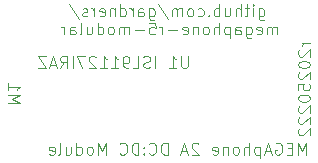
<source format=gbo>
G04 #@! TF.GenerationSoftware,KiCad,Pcbnew,9.0.1+1*
G04 #@! TF.CreationDate,2025-11-10T12:49:02+00:00*
G04 #@! TF.ProjectId,high-efficiency_dc-dc_converter,68696768-2d65-4666-9669-6369656e6379,rev?*
G04 #@! TF.SameCoordinates,Original*
G04 #@! TF.FileFunction,Legend,Bot*
G04 #@! TF.FilePolarity,Positive*
%FSLAX46Y46*%
G04 Gerber Fmt 4.6, Leading zero omitted, Abs format (unit mm)*
G04 Created by KiCad (PCBNEW 9.0.1+1) date 2025-11-10 12:49:02*
%MOMM*%
%LPD*%
G01*
G04 APERTURE LIST*
%ADD10C,0.100000*%
%ADD11R,2.000000X2.540000*%
G04 APERTURE END LIST*
D10*
X71097544Y-33565752D02*
X71097544Y-34375276D01*
X71097544Y-34375276D02*
X71145163Y-34470514D01*
X71145163Y-34470514D02*
X71192782Y-34518133D01*
X71192782Y-34518133D02*
X71288020Y-34565752D01*
X71288020Y-34565752D02*
X71430877Y-34565752D01*
X71430877Y-34565752D02*
X71526115Y-34518133D01*
X71097544Y-34184800D02*
X71192782Y-34232419D01*
X71192782Y-34232419D02*
X71383258Y-34232419D01*
X71383258Y-34232419D02*
X71478496Y-34184800D01*
X71478496Y-34184800D02*
X71526115Y-34137180D01*
X71526115Y-34137180D02*
X71573734Y-34041942D01*
X71573734Y-34041942D02*
X71573734Y-33756228D01*
X71573734Y-33756228D02*
X71526115Y-33660990D01*
X71526115Y-33660990D02*
X71478496Y-33613371D01*
X71478496Y-33613371D02*
X71383258Y-33565752D01*
X71383258Y-33565752D02*
X71192782Y-33565752D01*
X71192782Y-33565752D02*
X71097544Y-33613371D01*
X70621353Y-34232419D02*
X70621353Y-33565752D01*
X70621353Y-33232419D02*
X70668972Y-33280038D01*
X70668972Y-33280038D02*
X70621353Y-33327657D01*
X70621353Y-33327657D02*
X70573734Y-33280038D01*
X70573734Y-33280038D02*
X70621353Y-33232419D01*
X70621353Y-33232419D02*
X70621353Y-33327657D01*
X70288020Y-33565752D02*
X69907068Y-33565752D01*
X70145163Y-33232419D02*
X70145163Y-34089561D01*
X70145163Y-34089561D02*
X70097544Y-34184800D01*
X70097544Y-34184800D02*
X70002306Y-34232419D01*
X70002306Y-34232419D02*
X69907068Y-34232419D01*
X69573734Y-34232419D02*
X69573734Y-33232419D01*
X69145163Y-34232419D02*
X69145163Y-33708609D01*
X69145163Y-33708609D02*
X69192782Y-33613371D01*
X69192782Y-33613371D02*
X69288020Y-33565752D01*
X69288020Y-33565752D02*
X69430877Y-33565752D01*
X69430877Y-33565752D02*
X69526115Y-33613371D01*
X69526115Y-33613371D02*
X69573734Y-33660990D01*
X68240401Y-33565752D02*
X68240401Y-34232419D01*
X68668972Y-33565752D02*
X68668972Y-34089561D01*
X68668972Y-34089561D02*
X68621353Y-34184800D01*
X68621353Y-34184800D02*
X68526115Y-34232419D01*
X68526115Y-34232419D02*
X68383258Y-34232419D01*
X68383258Y-34232419D02*
X68288020Y-34184800D01*
X68288020Y-34184800D02*
X68240401Y-34137180D01*
X67764210Y-34232419D02*
X67764210Y-33232419D01*
X67764210Y-33613371D02*
X67668972Y-33565752D01*
X67668972Y-33565752D02*
X67478496Y-33565752D01*
X67478496Y-33565752D02*
X67383258Y-33613371D01*
X67383258Y-33613371D02*
X67335639Y-33660990D01*
X67335639Y-33660990D02*
X67288020Y-33756228D01*
X67288020Y-33756228D02*
X67288020Y-34041942D01*
X67288020Y-34041942D02*
X67335639Y-34137180D01*
X67335639Y-34137180D02*
X67383258Y-34184800D01*
X67383258Y-34184800D02*
X67478496Y-34232419D01*
X67478496Y-34232419D02*
X67668972Y-34232419D01*
X67668972Y-34232419D02*
X67764210Y-34184800D01*
X66859448Y-34137180D02*
X66811829Y-34184800D01*
X66811829Y-34184800D02*
X66859448Y-34232419D01*
X66859448Y-34232419D02*
X66907067Y-34184800D01*
X66907067Y-34184800D02*
X66859448Y-34137180D01*
X66859448Y-34137180D02*
X66859448Y-34232419D01*
X65954687Y-34184800D02*
X66049925Y-34232419D01*
X66049925Y-34232419D02*
X66240401Y-34232419D01*
X66240401Y-34232419D02*
X66335639Y-34184800D01*
X66335639Y-34184800D02*
X66383258Y-34137180D01*
X66383258Y-34137180D02*
X66430877Y-34041942D01*
X66430877Y-34041942D02*
X66430877Y-33756228D01*
X66430877Y-33756228D02*
X66383258Y-33660990D01*
X66383258Y-33660990D02*
X66335639Y-33613371D01*
X66335639Y-33613371D02*
X66240401Y-33565752D01*
X66240401Y-33565752D02*
X66049925Y-33565752D01*
X66049925Y-33565752D02*
X65954687Y-33613371D01*
X65383258Y-34232419D02*
X65478496Y-34184800D01*
X65478496Y-34184800D02*
X65526115Y-34137180D01*
X65526115Y-34137180D02*
X65573734Y-34041942D01*
X65573734Y-34041942D02*
X65573734Y-33756228D01*
X65573734Y-33756228D02*
X65526115Y-33660990D01*
X65526115Y-33660990D02*
X65478496Y-33613371D01*
X65478496Y-33613371D02*
X65383258Y-33565752D01*
X65383258Y-33565752D02*
X65240401Y-33565752D01*
X65240401Y-33565752D02*
X65145163Y-33613371D01*
X65145163Y-33613371D02*
X65097544Y-33660990D01*
X65097544Y-33660990D02*
X65049925Y-33756228D01*
X65049925Y-33756228D02*
X65049925Y-34041942D01*
X65049925Y-34041942D02*
X65097544Y-34137180D01*
X65097544Y-34137180D02*
X65145163Y-34184800D01*
X65145163Y-34184800D02*
X65240401Y-34232419D01*
X65240401Y-34232419D02*
X65383258Y-34232419D01*
X64621353Y-34232419D02*
X64621353Y-33565752D01*
X64621353Y-33660990D02*
X64573734Y-33613371D01*
X64573734Y-33613371D02*
X64478496Y-33565752D01*
X64478496Y-33565752D02*
X64335639Y-33565752D01*
X64335639Y-33565752D02*
X64240401Y-33613371D01*
X64240401Y-33613371D02*
X64192782Y-33708609D01*
X64192782Y-33708609D02*
X64192782Y-34232419D01*
X64192782Y-33708609D02*
X64145163Y-33613371D01*
X64145163Y-33613371D02*
X64049925Y-33565752D01*
X64049925Y-33565752D02*
X63907068Y-33565752D01*
X63907068Y-33565752D02*
X63811829Y-33613371D01*
X63811829Y-33613371D02*
X63764210Y-33708609D01*
X63764210Y-33708609D02*
X63764210Y-34232419D01*
X62573735Y-33184800D02*
X63430877Y-34470514D01*
X61811830Y-33565752D02*
X61811830Y-34375276D01*
X61811830Y-34375276D02*
X61859449Y-34470514D01*
X61859449Y-34470514D02*
X61907068Y-34518133D01*
X61907068Y-34518133D02*
X62002306Y-34565752D01*
X62002306Y-34565752D02*
X62145163Y-34565752D01*
X62145163Y-34565752D02*
X62240401Y-34518133D01*
X61811830Y-34184800D02*
X61907068Y-34232419D01*
X61907068Y-34232419D02*
X62097544Y-34232419D01*
X62097544Y-34232419D02*
X62192782Y-34184800D01*
X62192782Y-34184800D02*
X62240401Y-34137180D01*
X62240401Y-34137180D02*
X62288020Y-34041942D01*
X62288020Y-34041942D02*
X62288020Y-33756228D01*
X62288020Y-33756228D02*
X62240401Y-33660990D01*
X62240401Y-33660990D02*
X62192782Y-33613371D01*
X62192782Y-33613371D02*
X62097544Y-33565752D01*
X62097544Y-33565752D02*
X61907068Y-33565752D01*
X61907068Y-33565752D02*
X61811830Y-33613371D01*
X60907068Y-34232419D02*
X60907068Y-33708609D01*
X60907068Y-33708609D02*
X60954687Y-33613371D01*
X60954687Y-33613371D02*
X61049925Y-33565752D01*
X61049925Y-33565752D02*
X61240401Y-33565752D01*
X61240401Y-33565752D02*
X61335639Y-33613371D01*
X60907068Y-34184800D02*
X61002306Y-34232419D01*
X61002306Y-34232419D02*
X61240401Y-34232419D01*
X61240401Y-34232419D02*
X61335639Y-34184800D01*
X61335639Y-34184800D02*
X61383258Y-34089561D01*
X61383258Y-34089561D02*
X61383258Y-33994323D01*
X61383258Y-33994323D02*
X61335639Y-33899085D01*
X61335639Y-33899085D02*
X61240401Y-33851466D01*
X61240401Y-33851466D02*
X61002306Y-33851466D01*
X61002306Y-33851466D02*
X60907068Y-33803847D01*
X60430877Y-34232419D02*
X60430877Y-33565752D01*
X60430877Y-33756228D02*
X60383258Y-33660990D01*
X60383258Y-33660990D02*
X60335639Y-33613371D01*
X60335639Y-33613371D02*
X60240401Y-33565752D01*
X60240401Y-33565752D02*
X60145163Y-33565752D01*
X59383258Y-34232419D02*
X59383258Y-33232419D01*
X59383258Y-34184800D02*
X59478496Y-34232419D01*
X59478496Y-34232419D02*
X59668972Y-34232419D01*
X59668972Y-34232419D02*
X59764210Y-34184800D01*
X59764210Y-34184800D02*
X59811829Y-34137180D01*
X59811829Y-34137180D02*
X59859448Y-34041942D01*
X59859448Y-34041942D02*
X59859448Y-33756228D01*
X59859448Y-33756228D02*
X59811829Y-33660990D01*
X59811829Y-33660990D02*
X59764210Y-33613371D01*
X59764210Y-33613371D02*
X59668972Y-33565752D01*
X59668972Y-33565752D02*
X59478496Y-33565752D01*
X59478496Y-33565752D02*
X59383258Y-33613371D01*
X58907067Y-33565752D02*
X58907067Y-34232419D01*
X58907067Y-33660990D02*
X58859448Y-33613371D01*
X58859448Y-33613371D02*
X58764210Y-33565752D01*
X58764210Y-33565752D02*
X58621353Y-33565752D01*
X58621353Y-33565752D02*
X58526115Y-33613371D01*
X58526115Y-33613371D02*
X58478496Y-33708609D01*
X58478496Y-33708609D02*
X58478496Y-34232419D01*
X57621353Y-34184800D02*
X57716591Y-34232419D01*
X57716591Y-34232419D02*
X57907067Y-34232419D01*
X57907067Y-34232419D02*
X58002305Y-34184800D01*
X58002305Y-34184800D02*
X58049924Y-34089561D01*
X58049924Y-34089561D02*
X58049924Y-33708609D01*
X58049924Y-33708609D02*
X58002305Y-33613371D01*
X58002305Y-33613371D02*
X57907067Y-33565752D01*
X57907067Y-33565752D02*
X57716591Y-33565752D01*
X57716591Y-33565752D02*
X57621353Y-33613371D01*
X57621353Y-33613371D02*
X57573734Y-33708609D01*
X57573734Y-33708609D02*
X57573734Y-33803847D01*
X57573734Y-33803847D02*
X58049924Y-33899085D01*
X57145162Y-34232419D02*
X57145162Y-33565752D01*
X57145162Y-33756228D02*
X57097543Y-33660990D01*
X57097543Y-33660990D02*
X57049924Y-33613371D01*
X57049924Y-33613371D02*
X56954686Y-33565752D01*
X56954686Y-33565752D02*
X56859448Y-33565752D01*
X56573733Y-34184800D02*
X56478495Y-34232419D01*
X56478495Y-34232419D02*
X56288019Y-34232419D01*
X56288019Y-34232419D02*
X56192781Y-34184800D01*
X56192781Y-34184800D02*
X56145162Y-34089561D01*
X56145162Y-34089561D02*
X56145162Y-34041942D01*
X56145162Y-34041942D02*
X56192781Y-33946704D01*
X56192781Y-33946704D02*
X56288019Y-33899085D01*
X56288019Y-33899085D02*
X56430876Y-33899085D01*
X56430876Y-33899085D02*
X56526114Y-33851466D01*
X56526114Y-33851466D02*
X56573733Y-33756228D01*
X56573733Y-33756228D02*
X56573733Y-33708609D01*
X56573733Y-33708609D02*
X56526114Y-33613371D01*
X56526114Y-33613371D02*
X56430876Y-33565752D01*
X56430876Y-33565752D02*
X56288019Y-33565752D01*
X56288019Y-33565752D02*
X56192781Y-33613371D01*
X55002305Y-33184800D02*
X55859447Y-34470514D01*
X75096115Y-45942419D02*
X75096115Y-44942419D01*
X75096115Y-44942419D02*
X74762782Y-45656704D01*
X74762782Y-45656704D02*
X74429449Y-44942419D01*
X74429449Y-44942419D02*
X74429449Y-45942419D01*
X73953258Y-45418609D02*
X73619925Y-45418609D01*
X73477068Y-45942419D02*
X73953258Y-45942419D01*
X73953258Y-45942419D02*
X73953258Y-44942419D01*
X73953258Y-44942419D02*
X73477068Y-44942419D01*
X72524687Y-44990038D02*
X72619925Y-44942419D01*
X72619925Y-44942419D02*
X72762782Y-44942419D01*
X72762782Y-44942419D02*
X72905639Y-44990038D01*
X72905639Y-44990038D02*
X73000877Y-45085276D01*
X73000877Y-45085276D02*
X73048496Y-45180514D01*
X73048496Y-45180514D02*
X73096115Y-45370990D01*
X73096115Y-45370990D02*
X73096115Y-45513847D01*
X73096115Y-45513847D02*
X73048496Y-45704323D01*
X73048496Y-45704323D02*
X73000877Y-45799561D01*
X73000877Y-45799561D02*
X72905639Y-45894800D01*
X72905639Y-45894800D02*
X72762782Y-45942419D01*
X72762782Y-45942419D02*
X72667544Y-45942419D01*
X72667544Y-45942419D02*
X72524687Y-45894800D01*
X72524687Y-45894800D02*
X72477068Y-45847180D01*
X72477068Y-45847180D02*
X72477068Y-45513847D01*
X72477068Y-45513847D02*
X72667544Y-45513847D01*
X72096115Y-45656704D02*
X71619925Y-45656704D01*
X72191353Y-45942419D02*
X71858020Y-44942419D01*
X71858020Y-44942419D02*
X71524687Y-45942419D01*
X71191353Y-45275752D02*
X71191353Y-46275752D01*
X71191353Y-45323371D02*
X71096115Y-45275752D01*
X71096115Y-45275752D02*
X70905639Y-45275752D01*
X70905639Y-45275752D02*
X70810401Y-45323371D01*
X70810401Y-45323371D02*
X70762782Y-45370990D01*
X70762782Y-45370990D02*
X70715163Y-45466228D01*
X70715163Y-45466228D02*
X70715163Y-45751942D01*
X70715163Y-45751942D02*
X70762782Y-45847180D01*
X70762782Y-45847180D02*
X70810401Y-45894800D01*
X70810401Y-45894800D02*
X70905639Y-45942419D01*
X70905639Y-45942419D02*
X71096115Y-45942419D01*
X71096115Y-45942419D02*
X71191353Y-45894800D01*
X70286591Y-45942419D02*
X70286591Y-44942419D01*
X69858020Y-45942419D02*
X69858020Y-45418609D01*
X69858020Y-45418609D02*
X69905639Y-45323371D01*
X69905639Y-45323371D02*
X70000877Y-45275752D01*
X70000877Y-45275752D02*
X70143734Y-45275752D01*
X70143734Y-45275752D02*
X70238972Y-45323371D01*
X70238972Y-45323371D02*
X70286591Y-45370990D01*
X69238972Y-45942419D02*
X69334210Y-45894800D01*
X69334210Y-45894800D02*
X69381829Y-45847180D01*
X69381829Y-45847180D02*
X69429448Y-45751942D01*
X69429448Y-45751942D02*
X69429448Y-45466228D01*
X69429448Y-45466228D02*
X69381829Y-45370990D01*
X69381829Y-45370990D02*
X69334210Y-45323371D01*
X69334210Y-45323371D02*
X69238972Y-45275752D01*
X69238972Y-45275752D02*
X69096115Y-45275752D01*
X69096115Y-45275752D02*
X69000877Y-45323371D01*
X69000877Y-45323371D02*
X68953258Y-45370990D01*
X68953258Y-45370990D02*
X68905639Y-45466228D01*
X68905639Y-45466228D02*
X68905639Y-45751942D01*
X68905639Y-45751942D02*
X68953258Y-45847180D01*
X68953258Y-45847180D02*
X69000877Y-45894800D01*
X69000877Y-45894800D02*
X69096115Y-45942419D01*
X69096115Y-45942419D02*
X69238972Y-45942419D01*
X68477067Y-45275752D02*
X68477067Y-45942419D01*
X68477067Y-45370990D02*
X68429448Y-45323371D01*
X68429448Y-45323371D02*
X68334210Y-45275752D01*
X68334210Y-45275752D02*
X68191353Y-45275752D01*
X68191353Y-45275752D02*
X68096115Y-45323371D01*
X68096115Y-45323371D02*
X68048496Y-45418609D01*
X68048496Y-45418609D02*
X68048496Y-45942419D01*
X67191353Y-45894800D02*
X67286591Y-45942419D01*
X67286591Y-45942419D02*
X67477067Y-45942419D01*
X67477067Y-45942419D02*
X67572305Y-45894800D01*
X67572305Y-45894800D02*
X67619924Y-45799561D01*
X67619924Y-45799561D02*
X67619924Y-45418609D01*
X67619924Y-45418609D02*
X67572305Y-45323371D01*
X67572305Y-45323371D02*
X67477067Y-45275752D01*
X67477067Y-45275752D02*
X67286591Y-45275752D01*
X67286591Y-45275752D02*
X67191353Y-45323371D01*
X67191353Y-45323371D02*
X67143734Y-45418609D01*
X67143734Y-45418609D02*
X67143734Y-45513847D01*
X67143734Y-45513847D02*
X67619924Y-45609085D01*
X66000876Y-45037657D02*
X65953257Y-44990038D01*
X65953257Y-44990038D02*
X65858019Y-44942419D01*
X65858019Y-44942419D02*
X65619924Y-44942419D01*
X65619924Y-44942419D02*
X65524686Y-44990038D01*
X65524686Y-44990038D02*
X65477067Y-45037657D01*
X65477067Y-45037657D02*
X65429448Y-45132895D01*
X65429448Y-45132895D02*
X65429448Y-45228133D01*
X65429448Y-45228133D02*
X65477067Y-45370990D01*
X65477067Y-45370990D02*
X66048495Y-45942419D01*
X66048495Y-45942419D02*
X65429448Y-45942419D01*
X65048495Y-45656704D02*
X64572305Y-45656704D01*
X65143733Y-45942419D02*
X64810400Y-44942419D01*
X64810400Y-44942419D02*
X64477067Y-45942419D01*
X63381828Y-45942419D02*
X63381828Y-44942419D01*
X63381828Y-44942419D02*
X63143733Y-44942419D01*
X63143733Y-44942419D02*
X63000876Y-44990038D01*
X63000876Y-44990038D02*
X62905638Y-45085276D01*
X62905638Y-45085276D02*
X62858019Y-45180514D01*
X62858019Y-45180514D02*
X62810400Y-45370990D01*
X62810400Y-45370990D02*
X62810400Y-45513847D01*
X62810400Y-45513847D02*
X62858019Y-45704323D01*
X62858019Y-45704323D02*
X62905638Y-45799561D01*
X62905638Y-45799561D02*
X63000876Y-45894800D01*
X63000876Y-45894800D02*
X63143733Y-45942419D01*
X63143733Y-45942419D02*
X63381828Y-45942419D01*
X61810400Y-45847180D02*
X61858019Y-45894800D01*
X61858019Y-45894800D02*
X62000876Y-45942419D01*
X62000876Y-45942419D02*
X62096114Y-45942419D01*
X62096114Y-45942419D02*
X62238971Y-45894800D01*
X62238971Y-45894800D02*
X62334209Y-45799561D01*
X62334209Y-45799561D02*
X62381828Y-45704323D01*
X62381828Y-45704323D02*
X62429447Y-45513847D01*
X62429447Y-45513847D02*
X62429447Y-45370990D01*
X62429447Y-45370990D02*
X62381828Y-45180514D01*
X62381828Y-45180514D02*
X62334209Y-45085276D01*
X62334209Y-45085276D02*
X62238971Y-44990038D01*
X62238971Y-44990038D02*
X62096114Y-44942419D01*
X62096114Y-44942419D02*
X62000876Y-44942419D01*
X62000876Y-44942419D02*
X61858019Y-44990038D01*
X61858019Y-44990038D02*
X61810400Y-45037657D01*
X61381828Y-45847180D02*
X61334209Y-45894800D01*
X61334209Y-45894800D02*
X61381828Y-45942419D01*
X61381828Y-45942419D02*
X61429447Y-45894800D01*
X61429447Y-45894800D02*
X61381828Y-45847180D01*
X61381828Y-45847180D02*
X61381828Y-45942419D01*
X61381828Y-45323371D02*
X61334209Y-45370990D01*
X61334209Y-45370990D02*
X61381828Y-45418609D01*
X61381828Y-45418609D02*
X61429447Y-45370990D01*
X61429447Y-45370990D02*
X61381828Y-45323371D01*
X61381828Y-45323371D02*
X61381828Y-45418609D01*
X60905638Y-45942419D02*
X60905638Y-44942419D01*
X60905638Y-44942419D02*
X60667543Y-44942419D01*
X60667543Y-44942419D02*
X60524686Y-44990038D01*
X60524686Y-44990038D02*
X60429448Y-45085276D01*
X60429448Y-45085276D02*
X60381829Y-45180514D01*
X60381829Y-45180514D02*
X60334210Y-45370990D01*
X60334210Y-45370990D02*
X60334210Y-45513847D01*
X60334210Y-45513847D02*
X60381829Y-45704323D01*
X60381829Y-45704323D02*
X60429448Y-45799561D01*
X60429448Y-45799561D02*
X60524686Y-45894800D01*
X60524686Y-45894800D02*
X60667543Y-45942419D01*
X60667543Y-45942419D02*
X60905638Y-45942419D01*
X59334210Y-45847180D02*
X59381829Y-45894800D01*
X59381829Y-45894800D02*
X59524686Y-45942419D01*
X59524686Y-45942419D02*
X59619924Y-45942419D01*
X59619924Y-45942419D02*
X59762781Y-45894800D01*
X59762781Y-45894800D02*
X59858019Y-45799561D01*
X59858019Y-45799561D02*
X59905638Y-45704323D01*
X59905638Y-45704323D02*
X59953257Y-45513847D01*
X59953257Y-45513847D02*
X59953257Y-45370990D01*
X59953257Y-45370990D02*
X59905638Y-45180514D01*
X59905638Y-45180514D02*
X59858019Y-45085276D01*
X59858019Y-45085276D02*
X59762781Y-44990038D01*
X59762781Y-44990038D02*
X59619924Y-44942419D01*
X59619924Y-44942419D02*
X59524686Y-44942419D01*
X59524686Y-44942419D02*
X59381829Y-44990038D01*
X59381829Y-44990038D02*
X59334210Y-45037657D01*
X58143733Y-45942419D02*
X58143733Y-44942419D01*
X58143733Y-44942419D02*
X57810400Y-45656704D01*
X57810400Y-45656704D02*
X57477067Y-44942419D01*
X57477067Y-44942419D02*
X57477067Y-45942419D01*
X56858019Y-45942419D02*
X56953257Y-45894800D01*
X56953257Y-45894800D02*
X57000876Y-45847180D01*
X57000876Y-45847180D02*
X57048495Y-45751942D01*
X57048495Y-45751942D02*
X57048495Y-45466228D01*
X57048495Y-45466228D02*
X57000876Y-45370990D01*
X57000876Y-45370990D02*
X56953257Y-45323371D01*
X56953257Y-45323371D02*
X56858019Y-45275752D01*
X56858019Y-45275752D02*
X56715162Y-45275752D01*
X56715162Y-45275752D02*
X56619924Y-45323371D01*
X56619924Y-45323371D02*
X56572305Y-45370990D01*
X56572305Y-45370990D02*
X56524686Y-45466228D01*
X56524686Y-45466228D02*
X56524686Y-45751942D01*
X56524686Y-45751942D02*
X56572305Y-45847180D01*
X56572305Y-45847180D02*
X56619924Y-45894800D01*
X56619924Y-45894800D02*
X56715162Y-45942419D01*
X56715162Y-45942419D02*
X56858019Y-45942419D01*
X55667543Y-45942419D02*
X55667543Y-44942419D01*
X55667543Y-45894800D02*
X55762781Y-45942419D01*
X55762781Y-45942419D02*
X55953257Y-45942419D01*
X55953257Y-45942419D02*
X56048495Y-45894800D01*
X56048495Y-45894800D02*
X56096114Y-45847180D01*
X56096114Y-45847180D02*
X56143733Y-45751942D01*
X56143733Y-45751942D02*
X56143733Y-45466228D01*
X56143733Y-45466228D02*
X56096114Y-45370990D01*
X56096114Y-45370990D02*
X56048495Y-45323371D01*
X56048495Y-45323371D02*
X55953257Y-45275752D01*
X55953257Y-45275752D02*
X55762781Y-45275752D01*
X55762781Y-45275752D02*
X55667543Y-45323371D01*
X54762781Y-45275752D02*
X54762781Y-45942419D01*
X55191352Y-45275752D02*
X55191352Y-45799561D01*
X55191352Y-45799561D02*
X55143733Y-45894800D01*
X55143733Y-45894800D02*
X55048495Y-45942419D01*
X55048495Y-45942419D02*
X54905638Y-45942419D01*
X54905638Y-45942419D02*
X54810400Y-45894800D01*
X54810400Y-45894800D02*
X54762781Y-45847180D01*
X54143733Y-45942419D02*
X54238971Y-45894800D01*
X54238971Y-45894800D02*
X54286590Y-45799561D01*
X54286590Y-45799561D02*
X54286590Y-44942419D01*
X53381828Y-45894800D02*
X53477066Y-45942419D01*
X53477066Y-45942419D02*
X53667542Y-45942419D01*
X53667542Y-45942419D02*
X53762780Y-45894800D01*
X53762780Y-45894800D02*
X53810399Y-45799561D01*
X53810399Y-45799561D02*
X53810399Y-45418609D01*
X53810399Y-45418609D02*
X53762780Y-45323371D01*
X53762780Y-45323371D02*
X53667542Y-45275752D01*
X53667542Y-45275752D02*
X53477066Y-45275752D01*
X53477066Y-45275752D02*
X53381828Y-45323371D01*
X53381828Y-45323371D02*
X53334209Y-45418609D01*
X53334209Y-45418609D02*
X53334209Y-45513847D01*
X53334209Y-45513847D02*
X53810399Y-45609085D01*
X65101115Y-37607419D02*
X65101115Y-38416942D01*
X65101115Y-38416942D02*
X65053496Y-38512180D01*
X65053496Y-38512180D02*
X65005877Y-38559800D01*
X65005877Y-38559800D02*
X64910639Y-38607419D01*
X64910639Y-38607419D02*
X64720163Y-38607419D01*
X64720163Y-38607419D02*
X64624925Y-38559800D01*
X64624925Y-38559800D02*
X64577306Y-38512180D01*
X64577306Y-38512180D02*
X64529687Y-38416942D01*
X64529687Y-38416942D02*
X64529687Y-37607419D01*
X63529687Y-38607419D02*
X64101115Y-38607419D01*
X63815401Y-38607419D02*
X63815401Y-37607419D01*
X63815401Y-37607419D02*
X63910639Y-37750276D01*
X63910639Y-37750276D02*
X64005877Y-37845514D01*
X64005877Y-37845514D02*
X64101115Y-37893133D01*
X62339210Y-38607419D02*
X62339210Y-37607419D01*
X61910639Y-38559800D02*
X61767782Y-38607419D01*
X61767782Y-38607419D02*
X61529687Y-38607419D01*
X61529687Y-38607419D02*
X61434449Y-38559800D01*
X61434449Y-38559800D02*
X61386830Y-38512180D01*
X61386830Y-38512180D02*
X61339211Y-38416942D01*
X61339211Y-38416942D02*
X61339211Y-38321704D01*
X61339211Y-38321704D02*
X61386830Y-38226466D01*
X61386830Y-38226466D02*
X61434449Y-38178847D01*
X61434449Y-38178847D02*
X61529687Y-38131228D01*
X61529687Y-38131228D02*
X61720163Y-38083609D01*
X61720163Y-38083609D02*
X61815401Y-38035990D01*
X61815401Y-38035990D02*
X61863020Y-37988371D01*
X61863020Y-37988371D02*
X61910639Y-37893133D01*
X61910639Y-37893133D02*
X61910639Y-37797895D01*
X61910639Y-37797895D02*
X61863020Y-37702657D01*
X61863020Y-37702657D02*
X61815401Y-37655038D01*
X61815401Y-37655038D02*
X61720163Y-37607419D01*
X61720163Y-37607419D02*
X61482068Y-37607419D01*
X61482068Y-37607419D02*
X61339211Y-37655038D01*
X60434449Y-38607419D02*
X60910639Y-38607419D01*
X60910639Y-38607419D02*
X60910639Y-37607419D01*
X60053496Y-38607419D02*
X59863020Y-38607419D01*
X59863020Y-38607419D02*
X59767782Y-38559800D01*
X59767782Y-38559800D02*
X59720163Y-38512180D01*
X59720163Y-38512180D02*
X59624925Y-38369323D01*
X59624925Y-38369323D02*
X59577306Y-38178847D01*
X59577306Y-38178847D02*
X59577306Y-37797895D01*
X59577306Y-37797895D02*
X59624925Y-37702657D01*
X59624925Y-37702657D02*
X59672544Y-37655038D01*
X59672544Y-37655038D02*
X59767782Y-37607419D01*
X59767782Y-37607419D02*
X59958258Y-37607419D01*
X59958258Y-37607419D02*
X60053496Y-37655038D01*
X60053496Y-37655038D02*
X60101115Y-37702657D01*
X60101115Y-37702657D02*
X60148734Y-37797895D01*
X60148734Y-37797895D02*
X60148734Y-38035990D01*
X60148734Y-38035990D02*
X60101115Y-38131228D01*
X60101115Y-38131228D02*
X60053496Y-38178847D01*
X60053496Y-38178847D02*
X59958258Y-38226466D01*
X59958258Y-38226466D02*
X59767782Y-38226466D01*
X59767782Y-38226466D02*
X59672544Y-38178847D01*
X59672544Y-38178847D02*
X59624925Y-38131228D01*
X59624925Y-38131228D02*
X59577306Y-38035990D01*
X58624925Y-38607419D02*
X59196353Y-38607419D01*
X58910639Y-38607419D02*
X58910639Y-37607419D01*
X58910639Y-37607419D02*
X59005877Y-37750276D01*
X59005877Y-37750276D02*
X59101115Y-37845514D01*
X59101115Y-37845514D02*
X59196353Y-37893133D01*
X57672544Y-38607419D02*
X58243972Y-38607419D01*
X57958258Y-38607419D02*
X57958258Y-37607419D01*
X57958258Y-37607419D02*
X58053496Y-37750276D01*
X58053496Y-37750276D02*
X58148734Y-37845514D01*
X58148734Y-37845514D02*
X58243972Y-37893133D01*
X57291591Y-37702657D02*
X57243972Y-37655038D01*
X57243972Y-37655038D02*
X57148734Y-37607419D01*
X57148734Y-37607419D02*
X56910639Y-37607419D01*
X56910639Y-37607419D02*
X56815401Y-37655038D01*
X56815401Y-37655038D02*
X56767782Y-37702657D01*
X56767782Y-37702657D02*
X56720163Y-37797895D01*
X56720163Y-37797895D02*
X56720163Y-37893133D01*
X56720163Y-37893133D02*
X56767782Y-38035990D01*
X56767782Y-38035990D02*
X57339210Y-38607419D01*
X57339210Y-38607419D02*
X56720163Y-38607419D01*
X56386829Y-37607419D02*
X55720163Y-37607419D01*
X55720163Y-37607419D02*
X56148734Y-38607419D01*
X55339210Y-38607419D02*
X55339210Y-37607419D01*
X54291592Y-38607419D02*
X54624925Y-38131228D01*
X54863020Y-38607419D02*
X54863020Y-37607419D01*
X54863020Y-37607419D02*
X54482068Y-37607419D01*
X54482068Y-37607419D02*
X54386830Y-37655038D01*
X54386830Y-37655038D02*
X54339211Y-37702657D01*
X54339211Y-37702657D02*
X54291592Y-37797895D01*
X54291592Y-37797895D02*
X54291592Y-37940752D01*
X54291592Y-37940752D02*
X54339211Y-38035990D01*
X54339211Y-38035990D02*
X54386830Y-38083609D01*
X54386830Y-38083609D02*
X54482068Y-38131228D01*
X54482068Y-38131228D02*
X54863020Y-38131228D01*
X53910639Y-38321704D02*
X53434449Y-38321704D01*
X54005877Y-38607419D02*
X53672544Y-37607419D01*
X53672544Y-37607419D02*
X53339211Y-38607419D01*
X53101115Y-37607419D02*
X52434449Y-37607419D01*
X52434449Y-37607419D02*
X53101115Y-38607419D01*
X53101115Y-38607419D02*
X52434449Y-38607419D01*
X75437419Y-36498884D02*
X74770752Y-36498884D01*
X74961228Y-36498884D02*
X74865990Y-36546503D01*
X74865990Y-36546503D02*
X74818371Y-36594122D01*
X74818371Y-36594122D02*
X74770752Y-36689360D01*
X74770752Y-36689360D02*
X74770752Y-36784598D01*
X74532657Y-37070313D02*
X74485038Y-37117932D01*
X74485038Y-37117932D02*
X74437419Y-37213170D01*
X74437419Y-37213170D02*
X74437419Y-37451265D01*
X74437419Y-37451265D02*
X74485038Y-37546503D01*
X74485038Y-37546503D02*
X74532657Y-37594122D01*
X74532657Y-37594122D02*
X74627895Y-37641741D01*
X74627895Y-37641741D02*
X74723133Y-37641741D01*
X74723133Y-37641741D02*
X74865990Y-37594122D01*
X74865990Y-37594122D02*
X75437419Y-37022694D01*
X75437419Y-37022694D02*
X75437419Y-37641741D01*
X74437419Y-38260789D02*
X74437419Y-38356027D01*
X74437419Y-38356027D02*
X74485038Y-38451265D01*
X74485038Y-38451265D02*
X74532657Y-38498884D01*
X74532657Y-38498884D02*
X74627895Y-38546503D01*
X74627895Y-38546503D02*
X74818371Y-38594122D01*
X74818371Y-38594122D02*
X75056466Y-38594122D01*
X75056466Y-38594122D02*
X75246942Y-38546503D01*
X75246942Y-38546503D02*
X75342180Y-38498884D01*
X75342180Y-38498884D02*
X75389800Y-38451265D01*
X75389800Y-38451265D02*
X75437419Y-38356027D01*
X75437419Y-38356027D02*
X75437419Y-38260789D01*
X75437419Y-38260789D02*
X75389800Y-38165551D01*
X75389800Y-38165551D02*
X75342180Y-38117932D01*
X75342180Y-38117932D02*
X75246942Y-38070313D01*
X75246942Y-38070313D02*
X75056466Y-38022694D01*
X75056466Y-38022694D02*
X74818371Y-38022694D01*
X74818371Y-38022694D02*
X74627895Y-38070313D01*
X74627895Y-38070313D02*
X74532657Y-38117932D01*
X74532657Y-38117932D02*
X74485038Y-38165551D01*
X74485038Y-38165551D02*
X74437419Y-38260789D01*
X74532657Y-38975075D02*
X74485038Y-39022694D01*
X74485038Y-39022694D02*
X74437419Y-39117932D01*
X74437419Y-39117932D02*
X74437419Y-39356027D01*
X74437419Y-39356027D02*
X74485038Y-39451265D01*
X74485038Y-39451265D02*
X74532657Y-39498884D01*
X74532657Y-39498884D02*
X74627895Y-39546503D01*
X74627895Y-39546503D02*
X74723133Y-39546503D01*
X74723133Y-39546503D02*
X74865990Y-39498884D01*
X74865990Y-39498884D02*
X75437419Y-38927456D01*
X75437419Y-38927456D02*
X75437419Y-39546503D01*
X74437419Y-40451265D02*
X74437419Y-39975075D01*
X74437419Y-39975075D02*
X74913609Y-39927456D01*
X74913609Y-39927456D02*
X74865990Y-39975075D01*
X74865990Y-39975075D02*
X74818371Y-40070313D01*
X74818371Y-40070313D02*
X74818371Y-40308408D01*
X74818371Y-40308408D02*
X74865990Y-40403646D01*
X74865990Y-40403646D02*
X74913609Y-40451265D01*
X74913609Y-40451265D02*
X75008847Y-40498884D01*
X75008847Y-40498884D02*
X75246942Y-40498884D01*
X75246942Y-40498884D02*
X75342180Y-40451265D01*
X75342180Y-40451265D02*
X75389800Y-40403646D01*
X75389800Y-40403646D02*
X75437419Y-40308408D01*
X75437419Y-40308408D02*
X75437419Y-40070313D01*
X75437419Y-40070313D02*
X75389800Y-39975075D01*
X75389800Y-39975075D02*
X75342180Y-39927456D01*
X74437419Y-41117932D02*
X74437419Y-41213170D01*
X74437419Y-41213170D02*
X74485038Y-41308408D01*
X74485038Y-41308408D02*
X74532657Y-41356027D01*
X74532657Y-41356027D02*
X74627895Y-41403646D01*
X74627895Y-41403646D02*
X74818371Y-41451265D01*
X74818371Y-41451265D02*
X75056466Y-41451265D01*
X75056466Y-41451265D02*
X75246942Y-41403646D01*
X75246942Y-41403646D02*
X75342180Y-41356027D01*
X75342180Y-41356027D02*
X75389800Y-41308408D01*
X75389800Y-41308408D02*
X75437419Y-41213170D01*
X75437419Y-41213170D02*
X75437419Y-41117932D01*
X75437419Y-41117932D02*
X75389800Y-41022694D01*
X75389800Y-41022694D02*
X75342180Y-40975075D01*
X75342180Y-40975075D02*
X75246942Y-40927456D01*
X75246942Y-40927456D02*
X75056466Y-40879837D01*
X75056466Y-40879837D02*
X74818371Y-40879837D01*
X74818371Y-40879837D02*
X74627895Y-40927456D01*
X74627895Y-40927456D02*
X74532657Y-40975075D01*
X74532657Y-40975075D02*
X74485038Y-41022694D01*
X74485038Y-41022694D02*
X74437419Y-41117932D01*
X74532657Y-41832218D02*
X74485038Y-41879837D01*
X74485038Y-41879837D02*
X74437419Y-41975075D01*
X74437419Y-41975075D02*
X74437419Y-42213170D01*
X74437419Y-42213170D02*
X74485038Y-42308408D01*
X74485038Y-42308408D02*
X74532657Y-42356027D01*
X74532657Y-42356027D02*
X74627895Y-42403646D01*
X74627895Y-42403646D02*
X74723133Y-42403646D01*
X74723133Y-42403646D02*
X74865990Y-42356027D01*
X74865990Y-42356027D02*
X75437419Y-41784599D01*
X75437419Y-41784599D02*
X75437419Y-42403646D01*
X74532657Y-42784599D02*
X74485038Y-42832218D01*
X74485038Y-42832218D02*
X74437419Y-42927456D01*
X74437419Y-42927456D02*
X74437419Y-43165551D01*
X74437419Y-43165551D02*
X74485038Y-43260789D01*
X74485038Y-43260789D02*
X74532657Y-43308408D01*
X74532657Y-43308408D02*
X74627895Y-43356027D01*
X74627895Y-43356027D02*
X74723133Y-43356027D01*
X74723133Y-43356027D02*
X74865990Y-43308408D01*
X74865990Y-43308408D02*
X75437419Y-42736980D01*
X75437419Y-42736980D02*
X75437419Y-43356027D01*
X74532657Y-43736980D02*
X74485038Y-43784599D01*
X74485038Y-43784599D02*
X74437419Y-43879837D01*
X74437419Y-43879837D02*
X74437419Y-44117932D01*
X74437419Y-44117932D02*
X74485038Y-44213170D01*
X74485038Y-44213170D02*
X74532657Y-44260789D01*
X74532657Y-44260789D02*
X74627895Y-44308408D01*
X74627895Y-44308408D02*
X74723133Y-44308408D01*
X74723133Y-44308408D02*
X74865990Y-44260789D01*
X74865990Y-44260789D02*
X75437419Y-43689361D01*
X75437419Y-43689361D02*
X75437419Y-44308408D01*
X72656115Y-35772419D02*
X72656115Y-35105752D01*
X72656115Y-35200990D02*
X72608496Y-35153371D01*
X72608496Y-35153371D02*
X72513258Y-35105752D01*
X72513258Y-35105752D02*
X72370401Y-35105752D01*
X72370401Y-35105752D02*
X72275163Y-35153371D01*
X72275163Y-35153371D02*
X72227544Y-35248609D01*
X72227544Y-35248609D02*
X72227544Y-35772419D01*
X72227544Y-35248609D02*
X72179925Y-35153371D01*
X72179925Y-35153371D02*
X72084687Y-35105752D01*
X72084687Y-35105752D02*
X71941830Y-35105752D01*
X71941830Y-35105752D02*
X71846591Y-35153371D01*
X71846591Y-35153371D02*
X71798972Y-35248609D01*
X71798972Y-35248609D02*
X71798972Y-35772419D01*
X70941830Y-35724800D02*
X71037068Y-35772419D01*
X71037068Y-35772419D02*
X71227544Y-35772419D01*
X71227544Y-35772419D02*
X71322782Y-35724800D01*
X71322782Y-35724800D02*
X71370401Y-35629561D01*
X71370401Y-35629561D02*
X71370401Y-35248609D01*
X71370401Y-35248609D02*
X71322782Y-35153371D01*
X71322782Y-35153371D02*
X71227544Y-35105752D01*
X71227544Y-35105752D02*
X71037068Y-35105752D01*
X71037068Y-35105752D02*
X70941830Y-35153371D01*
X70941830Y-35153371D02*
X70894211Y-35248609D01*
X70894211Y-35248609D02*
X70894211Y-35343847D01*
X70894211Y-35343847D02*
X71370401Y-35439085D01*
X70037068Y-35105752D02*
X70037068Y-35915276D01*
X70037068Y-35915276D02*
X70084687Y-36010514D01*
X70084687Y-36010514D02*
X70132306Y-36058133D01*
X70132306Y-36058133D02*
X70227544Y-36105752D01*
X70227544Y-36105752D02*
X70370401Y-36105752D01*
X70370401Y-36105752D02*
X70465639Y-36058133D01*
X70037068Y-35724800D02*
X70132306Y-35772419D01*
X70132306Y-35772419D02*
X70322782Y-35772419D01*
X70322782Y-35772419D02*
X70418020Y-35724800D01*
X70418020Y-35724800D02*
X70465639Y-35677180D01*
X70465639Y-35677180D02*
X70513258Y-35581942D01*
X70513258Y-35581942D02*
X70513258Y-35296228D01*
X70513258Y-35296228D02*
X70465639Y-35200990D01*
X70465639Y-35200990D02*
X70418020Y-35153371D01*
X70418020Y-35153371D02*
X70322782Y-35105752D01*
X70322782Y-35105752D02*
X70132306Y-35105752D01*
X70132306Y-35105752D02*
X70037068Y-35153371D01*
X69132306Y-35772419D02*
X69132306Y-35248609D01*
X69132306Y-35248609D02*
X69179925Y-35153371D01*
X69179925Y-35153371D02*
X69275163Y-35105752D01*
X69275163Y-35105752D02*
X69465639Y-35105752D01*
X69465639Y-35105752D02*
X69560877Y-35153371D01*
X69132306Y-35724800D02*
X69227544Y-35772419D01*
X69227544Y-35772419D02*
X69465639Y-35772419D01*
X69465639Y-35772419D02*
X69560877Y-35724800D01*
X69560877Y-35724800D02*
X69608496Y-35629561D01*
X69608496Y-35629561D02*
X69608496Y-35534323D01*
X69608496Y-35534323D02*
X69560877Y-35439085D01*
X69560877Y-35439085D02*
X69465639Y-35391466D01*
X69465639Y-35391466D02*
X69227544Y-35391466D01*
X69227544Y-35391466D02*
X69132306Y-35343847D01*
X68656115Y-35105752D02*
X68656115Y-36105752D01*
X68656115Y-35153371D02*
X68560877Y-35105752D01*
X68560877Y-35105752D02*
X68370401Y-35105752D01*
X68370401Y-35105752D02*
X68275163Y-35153371D01*
X68275163Y-35153371D02*
X68227544Y-35200990D01*
X68227544Y-35200990D02*
X68179925Y-35296228D01*
X68179925Y-35296228D02*
X68179925Y-35581942D01*
X68179925Y-35581942D02*
X68227544Y-35677180D01*
X68227544Y-35677180D02*
X68275163Y-35724800D01*
X68275163Y-35724800D02*
X68370401Y-35772419D01*
X68370401Y-35772419D02*
X68560877Y-35772419D01*
X68560877Y-35772419D02*
X68656115Y-35724800D01*
X67751353Y-35772419D02*
X67751353Y-34772419D01*
X67322782Y-35772419D02*
X67322782Y-35248609D01*
X67322782Y-35248609D02*
X67370401Y-35153371D01*
X67370401Y-35153371D02*
X67465639Y-35105752D01*
X67465639Y-35105752D02*
X67608496Y-35105752D01*
X67608496Y-35105752D02*
X67703734Y-35153371D01*
X67703734Y-35153371D02*
X67751353Y-35200990D01*
X66703734Y-35772419D02*
X66798972Y-35724800D01*
X66798972Y-35724800D02*
X66846591Y-35677180D01*
X66846591Y-35677180D02*
X66894210Y-35581942D01*
X66894210Y-35581942D02*
X66894210Y-35296228D01*
X66894210Y-35296228D02*
X66846591Y-35200990D01*
X66846591Y-35200990D02*
X66798972Y-35153371D01*
X66798972Y-35153371D02*
X66703734Y-35105752D01*
X66703734Y-35105752D02*
X66560877Y-35105752D01*
X66560877Y-35105752D02*
X66465639Y-35153371D01*
X66465639Y-35153371D02*
X66418020Y-35200990D01*
X66418020Y-35200990D02*
X66370401Y-35296228D01*
X66370401Y-35296228D02*
X66370401Y-35581942D01*
X66370401Y-35581942D02*
X66418020Y-35677180D01*
X66418020Y-35677180D02*
X66465639Y-35724800D01*
X66465639Y-35724800D02*
X66560877Y-35772419D01*
X66560877Y-35772419D02*
X66703734Y-35772419D01*
X65941829Y-35105752D02*
X65941829Y-35772419D01*
X65941829Y-35200990D02*
X65894210Y-35153371D01*
X65894210Y-35153371D02*
X65798972Y-35105752D01*
X65798972Y-35105752D02*
X65656115Y-35105752D01*
X65656115Y-35105752D02*
X65560877Y-35153371D01*
X65560877Y-35153371D02*
X65513258Y-35248609D01*
X65513258Y-35248609D02*
X65513258Y-35772419D01*
X64656115Y-35724800D02*
X64751353Y-35772419D01*
X64751353Y-35772419D02*
X64941829Y-35772419D01*
X64941829Y-35772419D02*
X65037067Y-35724800D01*
X65037067Y-35724800D02*
X65084686Y-35629561D01*
X65084686Y-35629561D02*
X65084686Y-35248609D01*
X65084686Y-35248609D02*
X65037067Y-35153371D01*
X65037067Y-35153371D02*
X64941829Y-35105752D01*
X64941829Y-35105752D02*
X64751353Y-35105752D01*
X64751353Y-35105752D02*
X64656115Y-35153371D01*
X64656115Y-35153371D02*
X64608496Y-35248609D01*
X64608496Y-35248609D02*
X64608496Y-35343847D01*
X64608496Y-35343847D02*
X65084686Y-35439085D01*
X64179924Y-35391466D02*
X63418020Y-35391466D01*
X62941829Y-35772419D02*
X62941829Y-35105752D01*
X62941829Y-35296228D02*
X62894210Y-35200990D01*
X62894210Y-35200990D02*
X62846591Y-35153371D01*
X62846591Y-35153371D02*
X62751353Y-35105752D01*
X62751353Y-35105752D02*
X62656115Y-35105752D01*
X61846591Y-34772419D02*
X62322781Y-34772419D01*
X62322781Y-34772419D02*
X62370400Y-35248609D01*
X62370400Y-35248609D02*
X62322781Y-35200990D01*
X62322781Y-35200990D02*
X62227543Y-35153371D01*
X62227543Y-35153371D02*
X61989448Y-35153371D01*
X61989448Y-35153371D02*
X61894210Y-35200990D01*
X61894210Y-35200990D02*
X61846591Y-35248609D01*
X61846591Y-35248609D02*
X61798972Y-35343847D01*
X61798972Y-35343847D02*
X61798972Y-35581942D01*
X61798972Y-35581942D02*
X61846591Y-35677180D01*
X61846591Y-35677180D02*
X61894210Y-35724800D01*
X61894210Y-35724800D02*
X61989448Y-35772419D01*
X61989448Y-35772419D02*
X62227543Y-35772419D01*
X62227543Y-35772419D02*
X62322781Y-35724800D01*
X62322781Y-35724800D02*
X62370400Y-35677180D01*
X61370400Y-35391466D02*
X60608496Y-35391466D01*
X60132305Y-35772419D02*
X60132305Y-35105752D01*
X60132305Y-35200990D02*
X60084686Y-35153371D01*
X60084686Y-35153371D02*
X59989448Y-35105752D01*
X59989448Y-35105752D02*
X59846591Y-35105752D01*
X59846591Y-35105752D02*
X59751353Y-35153371D01*
X59751353Y-35153371D02*
X59703734Y-35248609D01*
X59703734Y-35248609D02*
X59703734Y-35772419D01*
X59703734Y-35248609D02*
X59656115Y-35153371D01*
X59656115Y-35153371D02*
X59560877Y-35105752D01*
X59560877Y-35105752D02*
X59418020Y-35105752D01*
X59418020Y-35105752D02*
X59322781Y-35153371D01*
X59322781Y-35153371D02*
X59275162Y-35248609D01*
X59275162Y-35248609D02*
X59275162Y-35772419D01*
X58656115Y-35772419D02*
X58751353Y-35724800D01*
X58751353Y-35724800D02*
X58798972Y-35677180D01*
X58798972Y-35677180D02*
X58846591Y-35581942D01*
X58846591Y-35581942D02*
X58846591Y-35296228D01*
X58846591Y-35296228D02*
X58798972Y-35200990D01*
X58798972Y-35200990D02*
X58751353Y-35153371D01*
X58751353Y-35153371D02*
X58656115Y-35105752D01*
X58656115Y-35105752D02*
X58513258Y-35105752D01*
X58513258Y-35105752D02*
X58418020Y-35153371D01*
X58418020Y-35153371D02*
X58370401Y-35200990D01*
X58370401Y-35200990D02*
X58322782Y-35296228D01*
X58322782Y-35296228D02*
X58322782Y-35581942D01*
X58322782Y-35581942D02*
X58370401Y-35677180D01*
X58370401Y-35677180D02*
X58418020Y-35724800D01*
X58418020Y-35724800D02*
X58513258Y-35772419D01*
X58513258Y-35772419D02*
X58656115Y-35772419D01*
X57465639Y-35772419D02*
X57465639Y-34772419D01*
X57465639Y-35724800D02*
X57560877Y-35772419D01*
X57560877Y-35772419D02*
X57751353Y-35772419D01*
X57751353Y-35772419D02*
X57846591Y-35724800D01*
X57846591Y-35724800D02*
X57894210Y-35677180D01*
X57894210Y-35677180D02*
X57941829Y-35581942D01*
X57941829Y-35581942D02*
X57941829Y-35296228D01*
X57941829Y-35296228D02*
X57894210Y-35200990D01*
X57894210Y-35200990D02*
X57846591Y-35153371D01*
X57846591Y-35153371D02*
X57751353Y-35105752D01*
X57751353Y-35105752D02*
X57560877Y-35105752D01*
X57560877Y-35105752D02*
X57465639Y-35153371D01*
X56560877Y-35105752D02*
X56560877Y-35772419D01*
X56989448Y-35105752D02*
X56989448Y-35629561D01*
X56989448Y-35629561D02*
X56941829Y-35724800D01*
X56941829Y-35724800D02*
X56846591Y-35772419D01*
X56846591Y-35772419D02*
X56703734Y-35772419D01*
X56703734Y-35772419D02*
X56608496Y-35724800D01*
X56608496Y-35724800D02*
X56560877Y-35677180D01*
X55941829Y-35772419D02*
X56037067Y-35724800D01*
X56037067Y-35724800D02*
X56084686Y-35629561D01*
X56084686Y-35629561D02*
X56084686Y-34772419D01*
X55132305Y-35772419D02*
X55132305Y-35248609D01*
X55132305Y-35248609D02*
X55179924Y-35153371D01*
X55179924Y-35153371D02*
X55275162Y-35105752D01*
X55275162Y-35105752D02*
X55465638Y-35105752D01*
X55465638Y-35105752D02*
X55560876Y-35153371D01*
X55132305Y-35724800D02*
X55227543Y-35772419D01*
X55227543Y-35772419D02*
X55465638Y-35772419D01*
X55465638Y-35772419D02*
X55560876Y-35724800D01*
X55560876Y-35724800D02*
X55608495Y-35629561D01*
X55608495Y-35629561D02*
X55608495Y-35534323D01*
X55608495Y-35534323D02*
X55560876Y-35439085D01*
X55560876Y-35439085D02*
X55465638Y-35391466D01*
X55465638Y-35391466D02*
X55227543Y-35391466D01*
X55227543Y-35391466D02*
X55132305Y-35343847D01*
X54656114Y-35772419D02*
X54656114Y-35105752D01*
X54656114Y-35296228D02*
X54608495Y-35200990D01*
X54608495Y-35200990D02*
X54560876Y-35153371D01*
X54560876Y-35153371D02*
X54465638Y-35105752D01*
X54465638Y-35105752D02*
X54370400Y-35105752D01*
X49887080Y-41576885D02*
X50887080Y-41576885D01*
X50887080Y-41576885D02*
X50172795Y-41243552D01*
X50172795Y-41243552D02*
X50887080Y-40910219D01*
X50887080Y-40910219D02*
X49887080Y-40910219D01*
X49887080Y-39910219D02*
X49887080Y-40481647D01*
X49887080Y-40195933D02*
X50887080Y-40195933D01*
X50887080Y-40195933D02*
X50744223Y-40291171D01*
X50744223Y-40291171D02*
X50648985Y-40386409D01*
X50648985Y-40386409D02*
X50601366Y-40481647D01*
%LPC*%
D11*
X76200000Y-48655000D03*
G36*
G01*
X75825000Y-46330000D02*
X76575000Y-46330000D01*
G75*
G02*
X76825000Y-46580000I0J-250000D01*
G01*
X76825000Y-47330000D01*
G75*
G02*
X76575000Y-47580000I-250000J0D01*
G01*
X75825000Y-47580000D01*
G75*
G02*
X75575000Y-47330000I0J250000D01*
G01*
X75575000Y-46580000D01*
G75*
G02*
X75825000Y-46330000I250000J0D01*
G01*
G37*
X71120000Y-48655000D03*
G36*
G01*
X70745000Y-46330000D02*
X71495000Y-46330000D01*
G75*
G02*
X71745000Y-46580000I0J-250000D01*
G01*
X71745000Y-47330000D01*
G75*
G02*
X71495000Y-47580000I-250000J0D01*
G01*
X70745000Y-47580000D01*
G75*
G02*
X70495000Y-47330000I0J250000D01*
G01*
X70495000Y-46580000D01*
G75*
G02*
X70745000Y-46330000I250000J0D01*
G01*
G37*
X53340000Y-48655000D03*
G36*
G01*
X52965000Y-46330000D02*
X53715000Y-46330000D01*
G75*
G02*
X53965000Y-46580000I0J-250000D01*
G01*
X53965000Y-47330000D01*
G75*
G02*
X53715000Y-47580000I-250000J0D01*
G01*
X52965000Y-47580000D01*
G75*
G02*
X52715000Y-47330000I0J250000D01*
G01*
X52715000Y-46580000D01*
G75*
G02*
X52965000Y-46330000I250000J0D01*
G01*
G37*
X50800000Y-48655000D03*
G36*
G01*
X50425000Y-46330000D02*
X51175000Y-46330000D01*
G75*
G02*
X51425000Y-46580000I0J-250000D01*
G01*
X51425000Y-47330000D01*
G75*
G02*
X51175000Y-47580000I-250000J0D01*
G01*
X50425000Y-47580000D01*
G75*
G02*
X50175000Y-47330000I0J250000D01*
G01*
X50175000Y-46580000D01*
G75*
G02*
X50425000Y-46330000I250000J0D01*
G01*
G37*
G36*
G01*
X75825000Y-33990000D02*
X76575000Y-33990000D01*
G75*
G02*
X76825000Y-34240000I0J-250000D01*
G01*
X76825000Y-34990000D01*
G75*
G02*
X76575000Y-35240000I-250000J0D01*
G01*
X75825000Y-35240000D01*
G75*
G02*
X75575000Y-34990000I0J250000D01*
G01*
X75575000Y-34240000D01*
G75*
G02*
X75825000Y-33990000I250000J0D01*
G01*
G37*
X76200000Y-32915000D03*
G36*
G01*
X73285000Y-33990000D02*
X74035000Y-33990000D01*
G75*
G02*
X74285000Y-34240000I0J-250000D01*
G01*
X74285000Y-34990000D01*
G75*
G02*
X74035000Y-35240000I-250000J0D01*
G01*
X73285000Y-35240000D01*
G75*
G02*
X73035000Y-34990000I0J250000D01*
G01*
X73035000Y-34240000D01*
G75*
G02*
X73285000Y-33990000I250000J0D01*
G01*
G37*
X73660000Y-32915000D03*
G36*
G01*
X52965000Y-33990000D02*
X53715000Y-33990000D01*
G75*
G02*
X53965000Y-34240000I0J-250000D01*
G01*
X53965000Y-34990000D01*
G75*
G02*
X53715000Y-35240000I-250000J0D01*
G01*
X52965000Y-35240000D01*
G75*
G02*
X52715000Y-34990000I0J250000D01*
G01*
X52715000Y-34240000D01*
G75*
G02*
X52965000Y-33990000I250000J0D01*
G01*
G37*
X53340000Y-32915000D03*
G36*
G01*
X50425000Y-33990000D02*
X51175000Y-33990000D01*
G75*
G02*
X51425000Y-34240000I0J-250000D01*
G01*
X51425000Y-34990000D01*
G75*
G02*
X51175000Y-35240000I-250000J0D01*
G01*
X50425000Y-35240000D01*
G75*
G02*
X50175000Y-34990000I0J250000D01*
G01*
X50175000Y-34240000D01*
G75*
G02*
X50425000Y-33990000I250000J0D01*
G01*
G37*
X50800000Y-32915000D03*
%LPD*%
M02*

</source>
